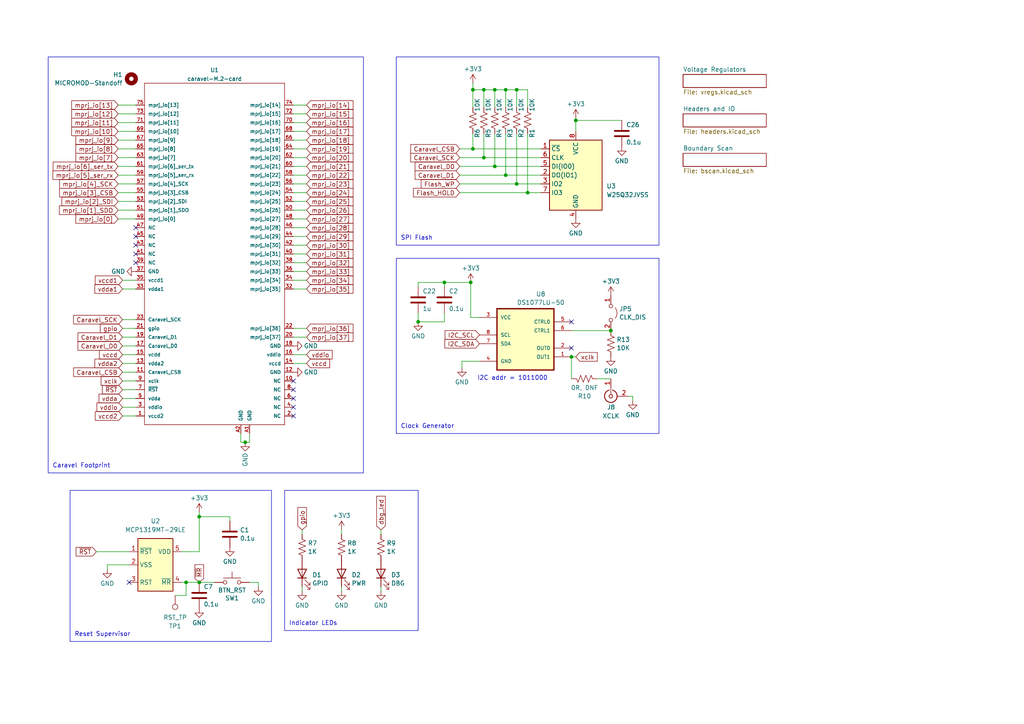
<source format=kicad_sch>
(kicad_sch (version 20230121) (generator eeschema)
  (paper "A4")
  (lib_symbols
    (symbol "Caravel_board:MCP1319MT-29LE-OT"
      (property "Reference" "U" (at -5.08 8.89 0))
      (property "Value" "MCP1319MT-29LE-OT" (at 8.89 8.89 0))
      (symbol "MCP1319MT-29LE-OT_0_1"
        (rectangle (start 5.08 7.62) (end -5.08 -7.62) (stroke (width 0.254)) (fill (type background)))
      )
      (symbol "MCP1319MT-29LE-OT_1_1"
        (pin output line (at -7.62 3.81 0) (length 2.54) (name "~{RST}") (number "1"))
        (pin power_in line (at -7.62 0 0) (length 2.54) (name "VSS") (number "2"))
        (pin output line (at -7.62 -5.08 0) (length 2.54) (name "RST") (number "3"))
        (pin input line (at 7.62 -5.08 180) (length 2.54) (name "~{MR}") (number "4"))
        (pin power_in line (at 7.62 3.81 180) (length 2.54) (name "VDD") (number "5"))
      )
    )
    (symbol "Caravel_board:caravel-M.2-card" (pin_names (offset 1.016))
      (property "Reference" "U" (at -20.32 53.848 0))
      (property "Value" "caravel-M.2-card" (at -20.32 -48.26 0))
      (symbol "caravel-M.2-card_1_0"
        (polyline (pts (xy -20.32 -45.72) (xy -20.32 53.34)))
        (polyline (pts (xy -20.32 53.34) (xy 20.32 53.34)))
        (polyline (pts (xy 20.32 -45.72) (xy -20.32 -45.72)))
        (polyline (pts (xy 20.32 53.34) (xy 20.32 -45.72)))
      )
      (symbol "caravel-M.2-card_1_1"
        (pin bidirectional line (at -22.86 -43.18 0) (length 2.54) (name "vccd2") (number "1"))
        (pin bidirectional line (at 22.86 -33.02 180) (length 2.54) (name "NC") (number "10"))
        (pin bidirectional line (at -22.86 -30.48 0) (length 2.54) (name "Caravel_CSB") (number "11"))
        (pin bidirectional line (at 22.86 -30.48 180) (length 2.54) (name "GND") (number "12"))
        (pin bidirectional line (at -22.86 -27.94 0) (length 2.54) (name "vdda2") (number "13"))
        (pin bidirectional line (at 22.86 -27.94 180) (length 2.54) (name "vccd") (number "14"))
        (pin bidirectional line (at -22.86 -25.4 0) (length 2.54) (name "vcdd") (number "15"))
        (pin bidirectional line (at 22.86 -25.4 180) (length 2.54) (name "vddio") (number "16"))
        (pin bidirectional line (at -22.86 -22.86 0) (length 2.54) (name "Caravel_D0") (number "17"))
        (pin bidirectional line (at 22.86 -22.86 180) (length 2.54) (name "GND") (number "18"))
        (pin bidirectional line (at -22.86 -20.32 0) (length 2.54) (name "Caravel_D1") (number "19"))
        (pin bidirectional line (at 22.86 -43.18 180) (length 2.54) (name "NC") (number "2"))
        (pin bidirectional line (at 22.86 -20.32 180) (length 2.54) (name "mprj_io[37]") (number "20"))
        (pin bidirectional line (at -22.86 -17.78 0) (length 2.54) (name "gpio") (number "21"))
        (pin bidirectional line (at 22.86 -17.78 180) (length 2.54) (name "mprj_io[36]") (number "22"))
        (pin bidirectional line (at -22.86 -15.24 0) (length 2.54) (name "Caravel_SCK") (number "23"))
        (pin bidirectional line (at -22.86 -40.64 0) (length 2.54) (name "vddio") (number "3"))
        (pin bidirectional line (at 22.86 -6.35 180) (length 2.54) (name "mprj_io[35]") (number "32"))
        (pin bidirectional line (at -22.86 -6.35 0) (length 2.54) (name "vdda1") (number "33"))
        (pin bidirectional line (at 22.86 -3.81 180) (length 2.54) (name "mprj_io[34]") (number "34"))
        (pin bidirectional line (at -22.86 -3.81 0) (length 2.54) (name "vccd1") (number "35"))
        (pin bidirectional line (at 22.86 -1.27 180) (length 2.54) (name "mprj_io[33]") (number "36"))
        (pin bidirectional line (at -22.86 -1.27 0) (length 2.54) (name "GND") (number "37"))
        (pin bidirectional line (at 22.86 1.27 180) (length 2.54) (name "mprj_io[32]") (number "38"))
        (pin bidirectional line (at -22.86 1.27 0) (length 2.54) (name "NC") (number "39"))
        (pin bidirectional line (at 22.86 -40.64 180) (length 2.54) (name "NC") (number "4"))
        (pin bidirectional line (at 22.86 3.81 180) (length 2.54) (name "mprj_io[31]") (number "40"))
        (pin bidirectional line (at -22.86 3.81 0) (length 2.54) (name "NC") (number "41"))
        (pin bidirectional line (at 22.86 6.35 180) (length 2.54) (name "mprj_io[30]") (number "42"))
        (pin bidirectional line (at -22.86 6.35 0) (length 2.54) (name "NC") (number "43"))
        (pin bidirectional line (at 22.86 8.89 180) (length 2.54) (name "mprj_io[29]") (number "44"))
        (pin bidirectional line (at -22.86 8.89 0) (length 2.54) (name "NC") (number "45"))
        (pin bidirectional line (at 22.86 11.43 180) (length 2.54) (name "mprj_io[28]") (number "46"))
        (pin bidirectional line (at -22.86 11.43 0) (length 2.54) (name "NC") (number "47"))
        (pin bidirectional line (at 22.86 13.97 180) (length 2.54) (name "mprj_io[27]") (number "48"))
        (pin bidirectional line (at -22.86 13.97 0) (length 2.54) (name "mprj_io[0]") (number "49"))
        (pin bidirectional line (at -22.86 -38.1 0) (length 2.54) (name "vdda") (number "5"))
        (pin bidirectional line (at 22.86 16.51 180) (length 2.54) (name "mprj_io[26]") (number "50"))
        (pin bidirectional line (at -22.86 16.51 0) (length 2.54) (name "mprj_io[1]_SDO") (number "51"))
        (pin bidirectional line (at 22.86 19.05 180) (length 2.54) (name "mprj_io[25]") (number "52"))
        (pin bidirectional line (at -22.86 19.05 0) (length 2.54) (name "mprj_io[2]_SDI") (number "53"))
        (pin bidirectional line (at 22.86 21.59 180) (length 2.54) (name "mprj_io[24]") (number "54"))
        (pin bidirectional line (at -22.86 21.59 0) (length 2.54) (name "mprj_io[3]_CSB") (number "55"))
        (pin bidirectional line (at 22.86 24.13 180) (length 2.54) (name "mprj_io[23]") (number "56"))
        (pin bidirectional line (at -22.86 24.13 0) (length 2.54) (name "mprj_io[4]_SCK") (number "57"))
        (pin bidirectional line (at 22.86 26.67 180) (length 2.54) (name "mprj_io[22]") (number "58"))
        (pin bidirectional line (at -22.86 26.67 0) (length 2.54) (name "mprj_io[5]_ser_rx") (number "59"))
        (pin bidirectional line (at 22.86 -38.1 180) (length 2.54) (name "NC") (number "6"))
        (pin bidirectional line (at 22.86 29.21 180) (length 2.54) (name "mprj_io[21]") (number "60"))
        (pin bidirectional line (at -22.86 29.21 0) (length 2.54) (name "mprj_io[6]_ser_tx") (number "61"))
        (pin bidirectional line (at 22.86 31.75 180) (length 2.54) (name "mprj_io[20]") (number "62"))
        (pin bidirectional line (at -22.86 31.75 0) (length 2.54) (name "mprj_io[7]") (number "63"))
        (pin bidirectional line (at 22.86 34.29 180) (length 2.54) (name "mprj_io[19]") (number "64"))
        (pin bidirectional line (at -22.86 34.29 0) (length 2.54) (name "mprj_io[8]") (number "65"))
        (pin bidirectional line (at 22.86 36.83 180) (length 2.54) (name "mprj_io[18]") (number "66"))
        (pin bidirectional line (at -22.86 36.83 0) (length 2.54) (name "mprj_io[9]") (number "67"))
        (pin bidirectional line (at 22.86 39.37 180) (length 2.54) (name "mprj_io[17]") (number "68"))
        (pin bidirectional line (at -22.86 39.37 0) (length 2.54) (name "mprj_io[10]") (number "69"))
        (pin bidirectional line (at -22.86 -35.56 0) (length 2.54) (name "~{RST}") (number "7"))
        (pin bidirectional line (at 22.86 41.91 180) (length 2.54) (name "mprj_io[16]") (number "70"))
        (pin bidirectional line (at -22.86 41.91 0) (length 2.54) (name "mprj_io[11]") (number "71"))
        (pin bidirectional line (at 22.86 44.45 180) (length 2.54) (name "mprj_io[15]") (number "72"))
        (pin bidirectional line (at -22.86 44.45 0) (length 2.54) (name "mprj_io[12]") (number "73"))
        (pin bidirectional line (at 22.86 46.99 180) (length 2.54) (name "mprj_io[14]") (number "74"))
        (pin bidirectional line (at -22.86 46.99 0) (length 2.54) (name "mprj_io[13]") (number "75"))
        (pin bidirectional line (at 22.86 -35.56 180) (length 2.54) (name "NC") (number "8"))
        (pin bidirectional line (at -22.86 -33.02 0) (length 2.54) (name "xclk") (number "9"))
        (pin bidirectional line (at 10.16 -48.26 90) (length 2.54) (name "GND") (number "A1"))
        (pin bidirectional line (at 7.62 -48.26 90) (length 2.54) (name "GND") (number "A2"))
      )
    )
    (symbol "Connector:Conn_Coaxial" (pin_names (offset 1.016) hide)
      (property "Reference" "J" (at 0.254 3.048 0))
      (property "Value" "Conn_Coaxial" (at 2.921 0 90))
      (symbol "Conn_Coaxial_0_1"
        (arc (start -1.778 -0.508) (mid 0.2311 -1.8066) (end 1.778 0) (stroke (width 0.254)))
        (polyline (pts (xy -2.54 0) (xy -0.508 0)))
        (polyline (pts (xy 0 -2.54) (xy 0 -1.778)))
        (circle (center 0 0) (radius 0.508) (stroke (width 0.2032)))
        (arc (start 1.778 0) (mid 0.2099 1.8101) (end -1.778 0.508) (stroke (width 0.254)))
      )
      (symbol "Conn_Coaxial_1_1"
        (pin passive line (at -5.08 0 0) (length 2.54) (name "In") (number "1"))
        (pin passive line (at 0 -5.08 90) (length 2.54) (name "Ext") (number "2"))
      )
    )
    (symbol "Connector:TestPoint" (pin_numbers hide) (pin_names (offset 0.762) hide)
      (property "Reference" "TP" (at 0 6.858 0))
      (property "Value" "TestPoint" (at 0 5.08 0))
      (symbol "TestPoint_0_1"
        (circle (center 0 3.302) (radius 0.762))
      )
      (symbol "TestPoint_1_1"
        (pin passive line (at 0 0 90) (length 2.54) (name "1") (number "1"))
      )
    )
    (symbol "DS1077LU-50:DS1077LU-50" (pin_names (offset 1.016))
      (property "Reference" "U" (at -12.7 18.78 0))
      (property "Value" "DS1077LU-50" (at -5.08 19.05 0))
      (symbol "DS1077LU-50_0_0"
        (rectangle (start -12.7 17.78) (end 3.81 0) (stroke (width 0.41)) (fill (type background)))
        (pin output line (at 8.89 3.81 180) (length 5.08) (name "OUT1") (number "1"))
        (pin output line (at 8.89 6.35 180) (length 5.08) (name "OUT0") (number "2"))
        (pin power_in line (at -17.78 15.24 0) (length 5.08) (name "VCC") (number "3"))
        (pin power_in line (at -17.78 2.54 0) (length 5.08) (name "GND") (number "4"))
        (pin bidirectional line (at 8.89 13.97 180) (length 5.08) (name "CTRL0") (number "5"))
        (pin bidirectional line (at 8.89 11.43 180) (length 5.08) (name "CTRL1") (number "6"))
        (pin bidirectional line (at -17.78 7.62 0) (length 5.08) (name "SDA") (number "7"))
        (pin input line (at -17.78 10.16 0) (length 5.08) (name "SCL") (number "8"))
      )
    )
    (symbol "Device:C" (pin_numbers hide) (pin_names (offset 0.254))
      (property "Reference" "C" (at 0.635 2.54 0))
      (property "Value" "C" (at 0.635 -2.54 0))
      (symbol "C_0_1"
        (polyline (pts (xy -2.032 -0.762) (xy 2.032 -0.762)) (stroke (width 0.508)))
        (polyline (pts (xy -2.032 0.762) (xy 2.032 0.762)) (stroke (width 0.508)))
      )
      (symbol "C_1_1"
        (pin passive line (at 0 3.81 270) (length 2.794) (name "~") (number "1"))
        (pin passive line (at 0 -3.81 90) (length 2.794) (name "~") (number "2"))
      )
    )
    (symbol "Device:LED" (pin_numbers hide) (pin_names (offset 1.016) hide)
      (property "Reference" "D" (at 0 2.54 0))
      (property "Value" "LED" (at 0 -2.54 0))
      (symbol "LED_0_1"
        (polyline (pts (xy -1.27 -1.27) (xy -1.27 1.27)) (stroke (width 0.254)))
        (polyline (pts (xy -1.27 0) (xy 1.27 0)))
        (polyline (pts (xy 1.27 -1.27) (xy 1.27 1.27) (xy -1.27 0) (xy 1.27 -1.27)) (stroke (width 0.254)))
        (polyline (pts (xy -3.048 -0.762) (xy -4.572 -2.286) (xy -3.81 -2.286) (xy -4.572 -2.286) (xy -4.572 -1.524)))
        (polyline (pts (xy -1.778 -0.762) (xy -3.302 -2.286) (xy -2.54 -2.286) (xy -3.302 -2.286) (xy -3.302 -1.524)))
      )
      (symbol "LED_1_1"
        (pin passive line (at -3.81 0 0) (length 2.54) (name "K") (number "1"))
        (pin passive line (at 3.81 0 180) (length 2.54) (name "A") (number "2"))
      )
    )
    (symbol "Device:R_US" (pin_numbers hide) (pin_names (offset 0))
      (property "Reference" "R" (at 2.54 0 90))
      (property "Value" "R_US" (at -2.54 0 90))
      (symbol "R_US_0_1"
        (polyline (pts (xy 0 -2.286) (xy 0 -2.54)))
        (polyline (pts (xy 0 2.286) (xy 0 2.54)))
        (polyline (pts (xy 0 -0.762) (xy 1.016 -1.143) (xy 0 -1.524) (xy -1.016 -1.905) (xy 0 -2.286)))
        (polyline (pts (xy 0 0.762) (xy 1.016 0.381) (xy 0 0) (xy -1.016 -0.381) (xy 0 -0.762)))
        (polyline (pts (xy 0 2.286) (xy 1.016 1.905) (xy 0 1.524) (xy -1.016 1.143) (xy 0 0.762)))
      )
      (symbol "R_US_1_1"
        (pin passive line (at 0 3.81 270) (length 1.27) (name "~") (number "1"))
        (pin passive line (at 0 -3.81 90) (length 1.27) (name "~") (number "2"))
      )
    )
    (symbol "Jumper:Jumper_2_Open" (pin_names (offset 0) hide)
      (property "Reference" "JP" (at 0 2.794 0))
      (property "Value" "Jumper_2_Open" (at 0 -2.286 0))
      (symbol "Jumper_2_Open_0_0"
        (circle (center -2.032 0) (radius 0.508))
        (circle (center 2.032 0) (radius 0.508))
      )
      (symbol "Jumper_2_Open_0_1"
        (arc (start 1.524 1.27) (mid 0 1.778) (end -1.524 1.27))
      )
      (symbol "Jumper_2_Open_1_1"
        (pin passive line (at -5.08 0 0) (length 2.54) (name "A") (number "1"))
        (pin passive line (at 5.08 0 180) (length 2.54) (name "B") (number "2"))
      )
    )
    (symbol "Memory_Flash:W25Q32JVSS"
      (property "Reference" "U" (at -6.35 11.43 0))
      (property "Value" "W25Q32JVSS" (at 7.62 11.43 0))
      (symbol "W25Q32JVSS_0_1"
        (rectangle (start -7.62 10.16) (end 7.62 -10.16) (stroke (width 0.254)) (fill (type background)))
      )
      (symbol "W25Q32JVSS_1_1"
        (pin input line (at -10.16 7.62 0) (length 2.54) (name "~{CS}") (number "1"))
        (pin bidirectional line (at -10.16 0 0) (length 2.54) (name "DO(IO1)") (number "2"))
        (pin bidirectional line (at -10.16 -2.54 0) (length 2.54) (name "IO2") (number "3"))
        (pin power_in line (at 0 -12.7 90) (length 2.54) (name "GND") (number "4"))
        (pin bidirectional line (at -10.16 2.54 0) (length 2.54) (name "DI(IO0)") (number "5"))
        (pin input line (at -10.16 5.08 0) (length 2.54) (name "CLK") (number "6"))
        (pin bidirectional line (at -10.16 -5.08 0) (length 2.54) (name "IO3") (number "7"))
        (pin power_in line (at 0 12.7 270) (length 2.54) (name "VCC") (number "8"))
      )
    )
    (symbol "MicroMod-Sparkfun:MICROMOD-Standoff" (pin_names (offset 1.016))
      (property "Reference" "H" (at 0 5.08 0))
      (property "Value" "MICROMOD-Standoff" (at 0 3.175 0))
      (symbol "MICROMOD-Standoff_0_1"
        (circle (center 0 0) (radius 1.27) (stroke (width 1.27)))
      )
    )
    (symbol "Switch:SW_Push" (pin_numbers hide) (pin_names (offset 1.016) hide)
      (property "Reference" "SW" (at 1.27 2.54 0))
      (property "Value" "SW_Push" (at 0 -1.524 0))
      (symbol "SW_Push_0_1"
        (circle (center -2.032 0) (radius 0.508))
        (polyline (pts (xy 0 1.27) (xy 0 3.048)))
        (polyline (pts (xy 2.54 1.27) (xy -2.54 1.27)))
        (circle (center 2.032 0) (radius 0.508))
        (pin passive line (at -5.08 0 0) (length 2.54) (name "1") (number "1"))
        (pin passive line (at 5.08 0 180) (length 2.54) (name "2") (number "2"))
      )
    )
    (symbol "power:+3V3" (power) (pin_names (offset 0))
      (property "Value" "+3V3" (at 0 3.556 0))
      (symbol "+3V3_0_1"
        (polyline (pts (xy -0.762 1.27) (xy 0 2.54)))
        (polyline (pts (xy 0 0) (xy 0 2.54)))
        (polyline (pts (xy 0 2.54) (xy 0.762 1.27)))
      )
      (symbol "+3V3_1_1"
        (pin power_in line (at 0 0 90) (length 0) hide (name "+3V3") (number "1"))
      )
    )
    (symbol "power:GND" (power) (pin_names (offset 0))
      (property "Value" "GND" (at 0 -3.81 0))
      (symbol "GND_0_1"
        (polyline (pts (xy 0 0) (xy 0 -1.27) (xy 1.27 -1.27) (xy 0 -2.54) (xy -1.27 -1.27) (xy 0 -1.27)))
      )
      (symbol "GND_1_1"
        (pin power_in line (at 0 0 270) (length 0) hide (name "GND") (number "1"))
      )
    )
  )
  (junction (at 143.51 48.26))
  (junction (at 153.035 55.88))
  (junction (at 146.685 50.8))
  (junction (at 137.16 43.18))
  (junction (at 146.685 26.035))
  (junction (at 140.335 45.72))
  (junction (at 57.785 149.86))
  (junction (at 165.735 103.505))
  (junction (at 143.51 26.035))
  (junction (at 149.86 53.34))
  (junction (at 71.12 128.27))
  (junction (at 128.905 81.915))
  (junction (at 136.525 81.915))
  (junction (at 53.975 168.91))
  (junction (at 121.285 93.345))
  (junction (at 140.335 26.035))
  (junction (at 149.86 26.035))
  (junction (at 167.005 34.925))
  (junction (at 137.16 26.035))
  (junction (at 177.165 95.885))
  (junction (at 57.785 168.91))
  (no_connect (at 85.09 120.65))
  (no_connect (at 85.09 115.57))
  (no_connect (at 165.735 93.345))
  (no_connect (at 165.735 100.965))
  (no_connect (at 85.09 110.49))
  (no_connect (at 37.465 168.91))
  (no_connect (at 39.37 68.58))
  (no_connect (at 39.37 73.66))
  (no_connect (at 85.09 113.03))
  (no_connect (at 39.37 76.2))
  (no_connect (at 85.09 118.11))
  (no_connect (at 39.37 66.04))
  (no_connect (at 39.37 71.12))
  (wire (pts (xy 88.9 105.41) (xy 85.09 105.41)))
  (wire (pts (xy 153.035 31.115) (xy 153.035 26.035)))
  (wire (pts (xy 39.37 102.87) (xy 35.56 102.87)))
  (wire (pts (xy 88.9 48.26) (xy 85.09 48.26)))
  (wire (pts (xy 137.16 43.18) (xy 137.16 38.735)))
  (wire (pts (xy 165.735 103.505) (xy 165.735 109.855)))
  (wire (pts (xy 39.37 118.11) (xy 35.56 118.11)))
  (wire (pts (xy 39.37 45.72) (xy 34.29 45.72)))
  (wire (pts (xy 39.37 55.88) (xy 34.29 55.88)))
  (wire (pts (xy 183.515 114.935) (xy 183.515 116.205)))
  (wire (pts (xy 133.985 104.775) (xy 133.985 106.68)))
  (wire (pts (xy 39.37 95.25) (xy 35.56 95.25)))
  (wire (pts (xy 156.845 50.8) (xy 146.685 50.8)))
  (wire (pts (xy 52.705 160.02) (xy 57.785 160.02)))
  (wire (pts (xy 37.465 163.83) (xy 31.115 163.83)))
  (wire (pts (xy 121.285 90.805) (xy 121.285 93.345)))
  (wire (pts (xy 143.51 31.115) (xy 143.51 26.035)))
  (wire (pts (xy 88.9 76.2) (xy 85.09 76.2)))
  (wire (pts (xy 88.9 63.5) (xy 85.09 63.5)))
  (wire (pts (xy 88.9 45.72) (xy 85.09 45.72)))
  (wire (pts (xy 156.845 48.26) (xy 143.51 48.26)))
  (wire (pts (xy 39.37 81.28) (xy 35.56 81.28)))
  (wire (pts (xy 99.06 153.67) (xy 99.06 154.94)))
  (wire (pts (xy 156.845 45.72) (xy 140.335 45.72)))
  (wire (pts (xy 121.285 83.185) (xy 121.285 81.915)))
  (wire (pts (xy 52.705 168.91) (xy 53.975 168.91)))
  (wire (pts (xy 39.37 115.57) (xy 35.56 115.57)))
  (wire (pts (xy 39.37 83.82) (xy 35.56 83.82)))
  (wire (pts (xy 167.005 34.29) (xy 167.005 34.925)))
  (wire (pts (xy 146.685 50.8) (xy 146.685 38.735)))
  (wire (pts (xy 88.9 78.74) (xy 85.09 78.74)))
  (wire (pts (xy 39.37 113.03) (xy 35.56 113.03)))
  (wire (pts (xy 133.35 50.8) (xy 146.685 50.8)))
  (wire (pts (xy 71.12 128.27) (xy 69.85 128.27)))
  (wire (pts (xy 136.525 81.915) (xy 136.525 92.075)))
  (wire (pts (xy 182.245 114.935) (xy 183.515 114.935)))
  (wire (pts (xy 53.975 168.91) (xy 57.785 168.91)))
  (wire (pts (xy 88.9 102.87) (xy 85.09 102.87)))
  (wire (pts (xy 57.785 149.86) (xy 57.785 148.59)))
  (wire (pts (xy 99.06 170.18) (xy 99.06 171.45)))
  (wire (pts (xy 39.37 53.34) (xy 34.29 53.34)))
  (wire (pts (xy 146.685 26.035) (xy 146.685 31.115)))
  (wire (pts (xy 88.9 35.56) (xy 85.09 35.56)))
  (wire (pts (xy 156.845 43.18) (xy 137.16 43.18)))
  (wire (pts (xy 128.905 93.345) (xy 128.905 90.805)))
  (wire (pts (xy 66.675 149.86) (xy 57.785 149.86)))
  (wire (pts (xy 88.9 43.18) (xy 85.09 43.18)))
  (wire (pts (xy 39.37 92.71) (xy 35.56 92.71)))
  (wire (pts (xy 57.785 168.91) (xy 62.23 168.91)))
  (wire (pts (xy 140.335 45.72) (xy 140.335 38.735)))
  (wire (pts (xy 137.16 24.13) (xy 137.16 26.035)))
  (wire (pts (xy 74.93 168.91) (xy 72.39 168.91)))
  (wire (pts (xy 87.63 170.18) (xy 87.63 171.45)))
  (wire (pts (xy 140.335 26.035) (xy 140.335 31.115)))
  (wire (pts (xy 88.9 68.58) (xy 85.09 68.58)))
  (wire (pts (xy 27.94 160.02) (xy 37.465 160.02)))
  (wire (pts (xy 66.675 151.13) (xy 66.675 149.86)))
  (wire (pts (xy 39.37 40.64) (xy 34.29 40.64)))
  (wire (pts (xy 137.16 26.035) (xy 140.335 26.035)))
  (wire (pts (xy 69.85 128.27) (xy 69.85 125.73)))
  (wire (pts (xy 136.525 81.915) (xy 128.905 81.915)))
  (wire (pts (xy 88.9 97.79) (xy 85.09 97.79)))
  (wire (pts (xy 39.37 38.1) (xy 34.29 38.1)))
  (wire (pts (xy 136.525 92.075) (xy 139.065 92.075)))
  (wire (pts (xy 121.285 93.345) (xy 128.905 93.345)))
  (wire (pts (xy 88.9 55.88) (xy 85.09 55.88)))
  (wire (pts (xy 88.9 58.42) (xy 85.09 58.42)))
  (wire (pts (xy 39.37 48.26) (xy 34.29 48.26)))
  (wire (pts (xy 133.35 53.34) (xy 149.86 53.34)))
  (wire (pts (xy 133.35 48.26) (xy 143.51 48.26)))
  (wire (pts (xy 39.37 33.02) (xy 34.29 33.02)))
  (wire (pts (xy 39.37 63.5) (xy 34.29 63.5)))
  (wire (pts (xy 133.35 45.72) (xy 140.335 45.72)))
  (wire (pts (xy 53.975 172.72) (xy 53.975 168.91)))
  (wire (pts (xy 88.9 40.64) (xy 85.09 40.64)))
  (wire (pts (xy 143.51 48.26) (xy 143.51 38.735)))
  (wire (pts (xy 165.735 95.885) (xy 177.165 95.885)))
  (wire (pts (xy 149.86 53.34) (xy 149.86 38.735)))
  (wire (pts (xy 88.9 30.48) (xy 85.09 30.48)))
  (wire (pts (xy 156.845 55.88) (xy 153.035 55.88)))
  (wire (pts (xy 143.51 26.035) (xy 146.685 26.035)))
  (wire (pts (xy 39.37 105.41) (xy 35.56 105.41)))
  (wire (pts (xy 88.9 50.8) (xy 85.09 50.8)))
  (wire (pts (xy 110.49 153.67) (xy 110.49 154.94)))
  (wire (pts (xy 39.37 100.33) (xy 35.56 100.33)))
  (wire (pts (xy 74.93 170.18) (xy 74.93 168.91)))
  (wire (pts (xy 39.37 30.48) (xy 34.29 30.48)))
  (wire (pts (xy 72.39 125.73) (xy 72.39 128.27)))
  (wire (pts (xy 88.9 83.82) (xy 85.09 83.82)))
  (wire (pts (xy 88.9 81.28) (xy 85.09 81.28)))
  (wire (pts (xy 88.9 73.66) (xy 85.09 73.66)))
  (wire (pts (xy 128.905 81.915) (xy 128.905 83.185)))
  (wire (pts (xy 39.37 107.95) (xy 35.56 107.95)))
  (wire (pts (xy 173.355 109.855) (xy 177.165 109.855)))
  (wire (pts (xy 88.9 71.12) (xy 85.09 71.12)))
  (wire (pts (xy 39.37 97.79) (xy 35.56 97.79)))
  (wire (pts (xy 87.63 153.67) (xy 87.63 154.94)))
  (wire (pts (xy 88.9 60.96) (xy 85.09 60.96)))
  (wire (pts (xy 39.37 120.65) (xy 35.56 120.65)))
  (wire (pts (xy 88.9 38.1) (xy 85.09 38.1)))
  (wire (pts (xy 133.35 55.88) (xy 153.035 55.88)))
  (wire (pts (xy 39.37 110.49) (xy 35.56 110.49)))
  (wire (pts (xy 165.735 103.505) (xy 167.005 103.505)))
  (wire (pts (xy 149.86 26.035) (xy 149.86 31.115)))
  (wire (pts (xy 121.285 81.915) (xy 128.905 81.915)))
  (wire (pts (xy 39.37 35.56) (xy 34.29 35.56)))
  (wire (pts (xy 72.39 128.27) (xy 71.12 128.27)))
  (wire (pts (xy 133.35 43.18) (xy 137.16 43.18)))
  (wire (pts (xy 140.335 26.035) (xy 143.51 26.035)))
  (wire (pts (xy 39.37 43.18) (xy 34.29 43.18)))
  (wire (pts (xy 39.37 60.96) (xy 34.29 60.96)))
  (wire (pts (xy 39.37 50.8) (xy 34.29 50.8)))
  (wire (pts (xy 88.9 33.02) (xy 85.09 33.02)))
  (wire (pts (xy 167.005 34.925) (xy 167.005 38.1)))
  (wire (pts (xy 149.86 26.035) (xy 146.685 26.035)))
  (wire (pts (xy 167.005 34.925) (xy 180.34 34.925)))
  (wire (pts (xy 88.9 95.25) (xy 85.09 95.25)))
  (wire (pts (xy 156.845 53.34) (xy 149.86 53.34)))
  (wire (pts (xy 57.785 160.02) (xy 57.785 149.86)))
  (wire (pts (xy 39.37 58.42) (xy 34.29 58.42)))
  (wire (pts (xy 153.035 26.035) (xy 149.86 26.035)))
  (wire (pts (xy 50.8 172.72) (xy 53.975 172.72)))
  (wire (pts (xy 110.49 170.18) (xy 110.49 171.45)))
  (wire (pts (xy 137.16 31.115) (xy 137.16 26.035)))
  (wire (pts (xy 139.065 104.775) (xy 133.985 104.775)))
  (wire (pts (xy 31.115 163.83) (xy 31.115 165.1)))
  (wire (pts (xy 88.9 66.04) (xy 85.09 66.04)))
  (wire (pts (xy 153.035 55.88) (xy 153.035 38.735)))
  (wire (pts (xy 88.9 53.34) (xy 85.09 53.34)))
  (rectangle (start 114.935 16.51) (end 191.135 71.12))
  (rectangle (start 20.32 142.24) (end 78.74 186.055))
  (rectangle (start 114.935 74.93) (end 191.135 125.73))
  (rectangle (start 13.97 16.51) (end 105.41 137.16))
  (rectangle (start 82.55 142.24) (end 121.285 182.88))
  (text "I2C addr = 1011000" (at 138.43 110.49 0) (effects (font (size 1.27 1.27)) (justify left bottom)))
  (text "Caravel Footprint" (at 15.24 135.89 0) (effects (font (size 1.27 1.27)) (justify left bottom)))
  (text "Reset Supervisor" (at 21.59 184.785 0) (effects (font (size 1.27 1.27)) (justify left bottom)))
  (text "SPI Flash" (at 116.205 69.85 0) (effects (font (size 1.27 1.27)) (justify left bottom)))
  (text "Clock Generator" (at 116.205 124.46 0) (effects (font (size 1.27 1.27)) (justify left bottom)))
  (text "Indicator LEDs" (at 83.82 181.61 0) (effects (font (size 1.27 1.27)) (justify left bottom)))
  (global_label "mprj_io[30]" (shape input) (at 88.9 71.12 0) (property "Intersheetrefs" "${INTERSHEET_REFS}" (effects hide)))
  (global_label "mprj_io[31]" (shape input) (at 88.9 73.66 0) (property "Intersheetrefs" "${INTERSHEET_REFS}" (effects hide)))
  (global_label "mprj_io[20]" (shape input) (at 88.9 45.72 0) (property "Intersheetrefs" "${INTERSHEET_REFS}" (effects hide)))
  (global_label "mprj_io[35]" (shape input) (at 88.9 83.82 0) (property "Intersheetrefs" "${INTERSHEET_REFS}" (effects hide)))
  (global_label "mprj_io[4]_SCK" (shape input) (at 34.29 53.34 180) (property "Intersheetrefs" "${INTERSHEET_REFS}" (effects hide)))
  (global_label "mprj_io[9]" (shape input) (at 34.29 40.64 180) (property "Intersheetrefs" "${INTERSHEET_REFS}" (effects hide)))
  (global_label "I2C_SCL" (shape input) (at 139.065 97.155 180) (property "Intersheetrefs" "${INTERSHEET_REFS}" (effects hide)))
  (global_label "mprj_io[13]" (shape input) (at 34.29 30.48 180) (property "Intersheetrefs" "${INTERSHEET_REFS}" (effects hide)))
  (global_label "mprj_io[5]_ser_rx" (shape input) (at 34.29 50.8 180) (property "Intersheetrefs" "${INTERSHEET_REFS}" (effects hide)))
  (global_label "mprj_io[6]_ser_tx" (shape input) (at 34.29 48.26 180) (property "Intersheetrefs" "${INTERSHEET_REFS}" (effects hide)))
  (global_label "mprj_io[36]" (shape input) (at 88.9 95.25 0) (property "Intersheetrefs" "${INTERSHEET_REFS}" (effects hide)))
  (global_label "Caravel_CSB" (shape input) (at 35.56 107.95 180) (property "Intersheetrefs" "${INTERSHEET_REFS}" (effects hide)))
  (global_label "Caravel_D1" (shape input) (at 35.56 97.79 180) (property "Intersheetrefs" "${INTERSHEET_REFS}" (effects hide)))
  (global_label "dbg_led" (shape input) (at 110.49 153.67 90) (property "Intersheetrefs" "${INTERSHEET_REFS}" (effects hide)))
  (global_label "vdda2" (shape input) (at 35.56 105.41 180) (property "Intersheetrefs" "${INTERSHEET_REFS}" (effects hide)))
  (global_label "mprj_io[18]" (shape input) (at 88.9 40.64 0) (property "Intersheetrefs" "${INTERSHEET_REFS}" (effects hide)))
  (global_label "mprj_io[14]" (shape input) (at 88.9 30.48 0) (property "Intersheetrefs" "${INTERSHEET_REFS}" (effects hide)))
  (global_label "vddio" (shape input) (at 35.56 118.11 180) (property "Intersheetrefs" "${INTERSHEET_REFS}" (effects hide)))
  (global_label "vddio" (shape input) (at 88.9 102.87 0) (property "Intersheetrefs" "${INTERSHEET_REFS}" (effects hide)))
  (global_label "mprj_io[29]" (shape input) (at 88.9 68.58 0) (property "Intersheetrefs" "${INTERSHEET_REFS}" (effects hide)))
  (global_label "Caravel_SCK" (shape input) (at 133.35 45.72 180) (property "Intersheetrefs" "${INTERSHEET_REFS}" (effects hide)))
  (global_label "vccd" (shape input) (at 35.56 102.87 180) (property "Intersheetrefs" "${INTERSHEET_REFS}" (effects hide)))
  (global_label "gpio" (shape input) (at 35.56 95.25 180) (property "Intersheetrefs" "${INTERSHEET_REFS}" (effects hide)))
  (global_label "vccd1" (shape input) (at 35.56 81.28 180) (property "Intersheetrefs" "${INTERSHEET_REFS}" (effects hide)))
  (global_label "mprj_io[37]" (shape input) (at 88.9 97.79 0) (property "Intersheetrefs" "${INTERSHEET_REFS}" (effects hide)))
  (global_label "mprj_io[34]" (shape input) (at 88.9 81.28 0) (property "Intersheetrefs" "${INTERSHEET_REFS}" (effects hide)))
  (global_label "vccd" (shape input) (at 88.9 105.41 0) (property "Intersheetrefs" "${INTERSHEET_REFS}" (effects hide)))
  (global_label "~{RST}" (shape input) (at 35.56 113.03 180) (property "Intersheetrefs" "${INTERSHEET_REFS}" (effects hide)))
  (global_label "Caravel_D0" (shape input) (at 35.56 100.33 180) (property "Intersheetrefs" "${INTERSHEET_REFS}" (effects hide)))
  (global_label "mprj_io[11]" (shape input) (at 34.29 35.56 180) (property "Intersheetrefs" "${INTERSHEET_REFS}" (effects hide)))
  (global_label "mprj_io[16]" (shape input) (at 88.9 35.56 0) (property "Intersheetrefs" "${INTERSHEET_REFS}" (effects hide)))
  (global_label "mprj_io[3]_CSB" (shape input) (at 34.29 55.88 180) (property "Intersheetrefs" "${INTERSHEET_REFS}" (effects hide)))
  (global_label "mprj_io[23]" (shape input) (at 88.9 53.34 0) (property "Intersheetrefs" "${INTERSHEET_REFS}" (effects hide)))
  (global_label "vdda" (shape input) (at 35.56 115.57 180) (property "Intersheetrefs" "${INTERSHEET_REFS}" (effects hide)))
  (global_label "mprj_io[33]" (shape input) (at 88.9 78.74 0) (property "Intersheetrefs" "${INTERSHEET_REFS}" (effects hide)))
  (global_label "mprj_io[22]" (shape input) (at 88.9 50.8 0) (property "Intersheetrefs" "${INTERSHEET_REFS}" (effects hide)))
  (global_label "mprj_io[25]" (shape input) (at 88.9 58.42 0) (property "Intersheetrefs" "${INTERSHEET_REFS}" (effects hide)))
  (global_label "mprj_io[32]" (shape input) (at 88.9 76.2 0) (property "Intersheetrefs" "${INTERSHEET_REFS}" (effects hide)))
  (global_label "mprj_io[0]" (shape input) (at 34.29 63.5 180) (property "Intersheetrefs" "${INTERSHEET_REFS}" (effects hide)))
  (global_label "mprj_io[15]" (shape input) (at 88.9 33.02 0) (property "Intersheetrefs" "${INTERSHEET_REFS}" (effects hide)))
  (global_label "mprj_io[19]" (shape input) (at 88.9 43.18 0) (property "Intersheetrefs" "${INTERSHEET_REFS}" (effects hide)))
  (global_label "mprj_io[28]" (shape input) (at 88.9 66.04 0) (property "Intersheetrefs" "${INTERSHEET_REFS}" (effects hide)))
  (global_label "mprj_io[7]" (shape input) (at 34.29 45.72 180) (property "Intersheetrefs" "${INTERSHEET_REFS}" (effects hide)))
  (global_label "mprj_io[1]_SDO" (shape input) (at 34.29 60.96 180) (property "Intersheetrefs" "${INTERSHEET_REFS}" (effects hide)))
  (global_label "mprj_io[2]_SDI" (shape input) (at 34.29 58.42 180) (property "Intersheetrefs" "${INTERSHEET_REFS}" (effects hide)))
  (global_label "mprj_io[21]" (shape input) (at 88.9 48.26 0) (property "Intersheetrefs" "${INTERSHEET_REFS}" (effects hide)))
  (global_label "~{MR}" (shape input) (at 57.785 168.91 90) (property "Intersheetrefs" "${INTERSHEET_REFS}" (effects hide)))
  (global_label "gpio" (shape input) (at 87.63 153.67 90) (property "Intersheetrefs" "${INTERSHEET_REFS}" (effects hide)))
  (global_label "Flash_WP" (shape input) (at 133.35 53.34 180) (property "Intersheetrefs" "${INTERSHEET_REFS}" (effects hide)))
  (global_label "Caravel_D0" (shape input) (at 133.35 48.26 180) (property "Intersheetrefs" "${INTERSHEET_REFS}" (effects hide)))
  (global_label "Caravel_SCK" (shape input) (at 35.56 92.71 180) (property "Intersheetrefs" "${INTERSHEET_REFS}" (effects hide)))
  (global_label "mprj_io[27]" (shape input) (at 88.9 63.5 0) (property "Intersheetrefs" "${INTERSHEET_REFS}" (effects hide)))
  (global_label "Caravel_D1" (shape input) (at 133.35 50.8 180) (property "Intersheetrefs" "${INTERSHEET_REFS}" (effects hide)))
  (global_label "Flash_HOLD" (shape input) (at 133.35 55.88 180) (property "Intersheetrefs" "${INTERSHEET_REFS}" (effects hide)))
  (global_label "mprj_io[8]" (shape input) (at 34.29 43.18 180) (property "Intersheetrefs" "${INTERSHEET_REFS}" (effects hide)))
  (global_label "xclk" (shape input) (at 167.005 103.505 0) (property "Intersheetrefs" "${INTERSHEET_REFS}" (effects hide)))
  (global_label "vdda1" (shape input) (at 35.56 83.82 180) (property "Intersheetrefs" "${INTERSHEET_REFS}" (effects hide)))
  (global_label "I2C_SDA" (shape input) (at 139.065 99.695 180) (property "Intersheetrefs" "${INTERSHEET_REFS}" (effects hide)))
  (global_label "mprj_io[10]" (shape input) (at 34.29 38.1 180) (property "Intersheetrefs" "${INTERSHEET_REFS}" (effects hide)))
  (global_label "mprj_io[24]" (shape input) (at 88.9 55.88 0) (property "Intersheetrefs" "${INTERSHEET_REFS}" (effects hide)))
  (global_label "xclk" (shape input) (at 35.56 110.49 180) (property "Intersheetrefs" "${INTERSHEET_REFS}" (effects hide)))
  (global_label "mprj_io[26]" (shape input) (at 88.9 60.96 0) (property "Intersheetrefs" "${INTERSHEET_REFS}" (effects hide)))
  (global_label "mprj_io[17]" (shape input) (at 88.9 38.1 0) (property "Intersheetrefs" "${INTERSHEET_REFS}" (effects hide)))
  (global_label "vccd2" (shape input) (at 35.56 120.65 180) (property "Intersheetrefs" "${INTERSHEET_REFS}" (effects hide)))
  (global_label "mprj_io[12]" (shape input) (at 34.29 33.02 180) (property "Intersheetrefs" "${INTERSHEET_REFS}" (effects hide)))
  (global_label "~{RST}" (shape input) (at 27.94 160.02 180) (property "Intersheetrefs" "${INTERSHEET_REFS}" (effects hide)))
  (global_label "Caravel_CSB" (shape input) (at 133.35 43.18 180) (property "Intersheetrefs" "${INTERSHEET_REFS}" (effects hide)))
  (symbol (lib_id "Connector:Conn_Coaxial") (at 177.165 114.935 90) (mirror x) (unit 1)
    (property "Reference" "J8" (at 178.435 118.11 90) (effects (justify left)))
    (property "Value" "XCLK" (at 179.705 120.65 90) (effects (justify left)))
    (property "Footprint" "Connector_Coaxial:SMB_Jack_Vertical" (effects hide))
    (property "Datasheet" " ~" (effects hide))
  )
  (symbol (lib_id "power:GND") (at 66.675 158.75 0) (unit 1)
    (property "Reference" "#PWR08" (effects hide))
    (property "Value" "GND" (at 66.675 162.8831 0))
  )
  (symbol (lib_id "DS1077LU-50:DS1077LU-50") (at 156.845 107.315 0) (unit 1)
    (property "Reference" "U8" (at 156.845 85.3127 0))
    (property "Value" "DS1077LU-50" (at 156.845 87.7369 0))
    (property "Footprint" "DS1077LU-50:SOP65P490X110-8N" (effects hide))
    (property "MF" "Maxim Integrated Products" (effects hide))
    (property "Description" "\nSilicon Oscillator 50MHz- 0.00487MHz to 66.666MHz 8-Pin uMAX Tube\n" (effects hide))
    (property "Package" "None" (effects hide))
    (property "Price" "None" (effects hide))
    (property "SnapEDA_Link" "https://www.snapeda.com/parts/DS1077LU-50+/Maxim+Integrated/view-part/?ref=snap" (effects hide))
    (property "MP" "DS1077LU-50+" (effects hide))
    (property "Availability" "In Stock" (effects hide))
    (property "Check_prices" "https://www.snapeda.com/parts/DS1077LU-50+/Maxim+Integrated/view-part/?ref=eda" (effects hide))
  )
  (symbol (lib_id "power:GND") (at 39.37 78.74 270) (unit 1)
    (property "Reference" "#PWR01" (effects hide))
    (property "Value" "GND" (at 34.29 78.74 90))
  )
  (symbol (lib_id "power:+3V3") (at 57.785 148.59 0) (unit 1)
    (property "Reference" "#PWR07" (effects hide))
    (property "Value" "+3V3" (at 57.785 144.4569 0))
  )
  (symbol (lib_id "Device:R_US") (at 99.06 158.75 0) (unit 1)
    (property "Reference" "R8" (at 100.711 157.5379 0) (effects (justify left)))
    (property "Value" "1K" (at 100.711 159.9621 0) (effects (justify left)))
    (property "Footprint" "Resistor_SMD:R_0805_2012Metric" (effects hide))
    (property "LCSC" "C17513" (effects hide))
  )
  (symbol (lib_id "Device:C") (at 66.675 154.94 0) (unit 1)
    (property "Reference" "C1" (at 69.596 153.7279 0) (effects (justify left)))
    (property "Value" "0.1u" (at 69.596 156.1521 0) (effects (justify left)))
    (property "Footprint" "Capacitor_SMD:C_0603_1608Metric" (effects hide))
    (property "LCSC" "C14663" (effects hide))
  )
  (symbol (lib_id "Device:R_US") (at 140.335 34.925 0) (unit 1)
    (property "Reference" "R5" (at 141.605 40.005 90) (effects (justify left)))
    (property "Value" "10K" (at 141.605 32.385 90) (effects (justify left)))
    (property "Footprint" "Resistor_SMD:R_0805_2012Metric" (effects hide))
    (property "LCSC" "C17414" (effects hide))
  )
  (symbol (lib_id "power:GND") (at 110.49 171.45 0) (unit 1)
    (property "Reference" "#PWR045" (effects hide))
    (property "Value" "GND" (at 110.49 175.5831 0))
  )
  (symbol (lib_id "power:GND") (at 74.93 170.18 0) (unit 1)
    (property "Reference" "#PWR06" (effects hide))
    (property "Value" "GND" (at 74.93 174.3131 0))
  )
  (symbol (lib_id "Memory_Flash:W25Q32JVSS") (at 167.005 50.8 0) (unit 1)
    (property "Reference" "U3" (at 175.895 53.975 0) (effects (justify left)))
    (property "Value" "W25Q32JVSS" (at 175.895 56.515 0) (effects (justify left)))
    (property "Footprint" "Package_SO:SOIC-8_5.23x5.23mm_P1.27mm" (effects hide))
    (property "Datasheet" "http://www.winbond.com/resource-files/w25q32jv%20revg%2003272018%20plus.pdf" (effects hide))
    (property "LCSC" "C179173" (effects hide))
  )
  (symbol (lib_id "Switch:SW_Push") (at 67.31 168.91 0) (unit 1)
    (property "Reference" "SW1" (at 67.31 173.482 0))
    (property "Value" "BTN_RST" (at 67.31 171.196 0))
    (property "Footprint" "Button_Switch_THT:SW_PUSH_6mm" (effects hide))
  )
  (symbol (lib_id "power:GND") (at 133.985 106.68 0) (unit 1)
    (property "Reference" "#PWR078" (effects hide))
    (property "Value" "GND" (at 133.985 110.8131 0))
  )
  (symbol (lib_id "Device:R_US") (at 87.63 158.75 0) (unit 1)
    (property "Reference" "R7" (at 89.281 157.5379 0) (effects (justify left)))
    (property "Value" "1K" (at 89.281 159.9621 0) (effects (justify left)))
    (property "Footprint" "Resistor_SMD:R_0805_2012Metric" (effects hide))
    (property "LCSC" "C17513" (effects hide))
  )
  (symbol (lib_id "Device:R_US") (at 177.165 99.695 0) (unit 1)
    (property "Reference" "R13" (at 178.816 98.4829 0) (effects (justify left)))
    (property "Value" "10K" (at 178.816 100.9071 0) (effects (justify left)))
    (property "Footprint" "Resistor_SMD:R_0805_2012Metric" (effects hide))
    (property "LCSC" "C17414" (effects hide))
  )
  (symbol (lib_id "Caravel_board:caravel-M.2-card") (at 62.23 77.47 0) (unit 1)
    (property "Reference" "U1" (at 62.23 20.32 0) (effects (font (size 1.143 1.143))))
    (property "Value" "caravel-M.2-card" (at 62.23 22.86 0) (effects (font (size 1.143 1.143))))
    (property "Footprint" "MicroMod-Sparkfun:M.2-CONNECTOR-E" (effects hide))
  )
  (symbol (lib_id "power:GND") (at 71.12 128.27 0) (unit 1)
    (property "Reference" "#PWR02" (effects hide))
    (property "Value" "GND" (at 71.12 133.35 90))
  )
  (symbol (lib_id "Device:C") (at 180.34 38.735 0) (unit 1)
    (property "Reference" "C26" (at 181.61 36.195 0) (effects (justify left)))
    (property "Value" "0.1u" (at 181.61 41.275 0) (effects (justify left)))
    (property "Footprint" "Capacitor_SMD:C_0603_1608Metric" (effects hide))
    (property "LCSC" "C14663" (effects hide))
  )
  (symbol (lib_id "Device:LED") (at 87.63 166.37 90) (unit 1)
    (property "Reference" "D1" (at 90.551 166.7454 90) (effects (justify right)))
    (property "Value" "GPIO" (at 90.551 169.1696 90) (effects (justify right)))
    (property "Footprint" "LED_SMD:LED_0805_2012Metric" (effects hide))
    (property "LCSC" "C284931" (effects hide))
  )
  (symbol (lib_id "Jumper:Jumper_2_Open") (at 177.165 90.805 270) (unit 1)
    (property "Reference" "JP5" (at 179.578 89.5929 90) (effects (justify left)))
    (property "Value" "CLK_DIS" (at 179.578 92.0171 90) (effects (justify left)))
    (property "Footprint" "Connector_PinHeader_2.54mm:PinHeader_1x02_P2.54mm_Vertical" (effects hide))
  )
  (symbol (lib_id "power:GND") (at 85.09 100.33 90) (unit 1)
    (property "Reference" "#PWR03" (effects hide))
    (property "Value" "GND" (at 90.17 100.33 90))
  )
  (symbol (lib_id "power:+3V3") (at 99.06 153.67 0) (unit 1)
    (property "Reference" "#PWR013" (effects hide))
    (property "Value" "+3V3" (at 99.06 149.5369 0))
  )
  (symbol (lib_id "Device:R_US") (at 149.86 34.925 0) (unit 1)
    (property "Reference" "R2" (at 151.13 40.005 90) (effects (justify left)))
    (property "Value" "10K" (at 151.13 32.385 90) (effects (justify left)))
    (property "Footprint" "Resistor_SMD:R_0805_2012Metric" (effects hide))
    (property "LCSC" "C17414" (effects hide))
  )
  (symbol (lib_id "power:GND") (at 57.785 176.53 0) (unit 1)
    (property "Reference" "#PWR038" (effects hide))
    (property "Value" "GND" (at 57.785 180.6631 0))
  )
  (symbol (lib_id "MicroMod-Sparkfun:MICROMOD-Standoff") (at 38.1 22.86 90) (mirror x) (unit 1)
    (property "Reference" "H1" (at 35.56 21.6479 90) (effects (justify left)))
    (property "Value" "MICROMOD-Standoff" (at 35.56 24.0721 90) (effects (justify left)))
    (property "Footprint" "MicroMod-Sparkfun:MicroMod-Standoff" (effects hide))
  )
  (symbol (lib_id "Device:R_US") (at 110.49 158.75 0) (unit 1)
    (property "Reference" "R9" (at 112.141 157.5379 0) (effects (justify left)))
    (property "Value" "1K" (at 112.141 159.9621 0) (effects (justify left)))
    (property "Footprint" "Resistor_SMD:R_0805_2012Metric" (effects hide))
    (property "LCSC" "C17513" (effects hide))
  )
  (symbol (lib_id "power:+3V3") (at 137.16 24.13 0) (unit 1)
    (property "Reference" "#PWR012" (effects hide))
    (property "Value" "+3V3" (at 137.16 19.9969 0))
  )
  (symbol (lib_id "power:GND") (at 183.515 116.205 0) (mirror y) (unit 1)
    (property "Reference" "#PWR074" (effects hide))
    (property "Value" "GND" (at 183.515 120.3381 0))
  )
  (symbol (lib_id "Device:R_US") (at 153.035 34.925 0) (unit 1)
    (property "Reference" "R1" (at 154.305 40.005 90) (effects (justify left)))
    (property "Value" "10K" (at 154.305 32.385 90) (effects (justify left)))
    (property "Footprint" "Resistor_SMD:R_0805_2012Metric" (effects hide))
    (property "LCSC" "C17414" (effects hide))
  )
  (symbol (lib_id "Device:LED") (at 99.06 166.37 90) (unit 1)
    (property "Reference" "D2" (at 101.981 166.7454 90) (effects (justify right)))
    (property "Value" "PWR" (at 101.981 169.1696 90) (effects (justify right)))
    (property "Footprint" "LED_SMD:LED_0805_2012Metric" (effects hide))
    (property "LCSC" "C98221" (effects hide))
  )
  (symbol (lib_id "power:GND") (at 31.115 165.1 0) (unit 1)
    (property "Reference" "#PWR05" (effects hide))
    (property "Value" "GND" (at 31.115 169.2331 0))
  )
  (symbol (lib_id "Caravel_board:MCP1319MT-29LE-OT") (at 45.085 163.83 0) (unit 1)
    (property "Reference" "U2" (at 45.085 151.13 0))
    (property "Value" "MCP1319MT-29LE" (at 45.085 153.67 0))
    (property "Footprint" "Package_TO_SOT_SMD:SOT-23-5" (effects hide))
    (property "Datasheet" "https://ww1.microchip.com/downloads/en/DeviceDoc/MCP131X-2X-Voltage-Supervisor-DS20001985E.pdf" (effects hide))
    (property "LCSC" "C88419" (effects hide))
  )
  (symbol (lib_id "power:GND") (at 121.285 93.345 0) (unit 1)
    (property "Reference" "#PWR079" (effects hide))
    (property "Value" "GND" (at 121.285 97.4781 0))
  )
  (symbol (lib_id "Device:C") (at 128.905 86.995 0) (unit 1)
    (property "Reference" "C2" (at 130.175 84.455 0) (effects (justify left)))
    (property "Value" "0.1u" (at 130.175 89.535 0) (effects (justify left)))
    (property "Footprint" "Capacitor_SMD:C_0603_1608Metric" (effects hide))
    (property "LCSC" "C14663" (effects hide))
  )
  (symbol (lib_id "power:GND") (at 87.63 171.45 0) (unit 1)
    (property "Reference" "#PWR014" (effects hide))
    (property "Value" "GND" (at 87.63 175.5831 0))
  )
  (symbol (lib_id "power:+3V3") (at 136.525 81.915 0) (unit 1)
    (property "Reference" "#PWR077" (effects hide))
    (property "Value" "+3V3" (at 136.525 77.7819 0))
  )
  (symbol (lib_id "power:GND") (at 85.09 107.95 90) (unit 1)
    (property "Reference" "#PWR04" (effects hide))
    (property "Value" "GND" (at 90.17 107.95 90))
  )
  (symbol (lib_id "Device:C") (at 121.285 86.995 0) (unit 1)
    (property "Reference" "C22" (at 122.555 84.455 0) (effects (justify left)))
    (property "Value" "1u" (at 122.555 89.535 0) (effects (justify left)))
    (property "Footprint" "Capacitor_SMD:C_0603_1608Metric" (effects hide))
    (property "LCSC" "C15849" (effects hide))
  )
  (symbol (lib_id "Device:R_US") (at 146.685 34.925 0) (unit 1)
    (property "Reference" "R3" (at 147.955 40.005 90) (effects (justify left)))
    (property "Value" "10K" (at 147.955 32.385 90) (effects (justify left)))
    (property "Footprint" "Resistor_SMD:R_0805_2012Metric" (effects hide))
    (property "LCSC" "C17414" (effects hide))
  )
  (symbol (lib_id "Device:R_US") (at 143.51 34.925 0) (unit 1)
    (property "Reference" "R4" (at 144.78 40.005 90) (effects (justify left)))
    (property "Value" "10K" (at 144.78 32.385 90) (effects (justify left)))
    (property "Footprint" "Resistor_SMD:R_0805_2012Metric" (effects hide))
    (property "LCSC" "C17414" (effects hide))
  )
  (symbol (lib_id "Device:C") (at 57.785 172.72 0) (unit 1)
    (property "Reference" "C7" (at 59.055 170.18 0) (effects (justify left)))
    (property "Value" "0.1u" (at 59.055 175.26 0) (effects (justify left)))
    (property "Footprint" "Capacitor_SMD:C_0603_1608Metric" (effects hide))
    (property "LCSC" "C14663" (effects hide))
  )
  (symbol (lib_id "Connector:TestPoint") (at 50.8 172.72 0) (mirror x) (unit 1)
    (property "Reference" "TP1" (at 50.8 181.61 0))
    (property "Value" "RST_TP" (at 50.8 179.07 0))
    (property "Footprint" "TestPoint:TestPoint_THTPad_D2.0mm_Drill1.0mm" (effects hide))
  )
  (symbol (lib_id "power:GND") (at 167.005 63.5 0) (unit 1)
    (property "Reference" "#PWR09" (effects hide))
    (property "Value" "GND" (at 167.005 67.6331 0))
  )
  (symbol (lib_id "power:+3V3") (at 167.005 34.29 0) (unit 1)
    (property "Reference" "#PWR010" (effects hide))
    (property "Value" "+3V3" (at 167.005 30.1569 0))
  )
  (symbol (lib_id "power:GND") (at 180.34 42.545 0) (unit 1)
    (property "Reference" "#PWR011" (effects hide))
    (property "Value" "GND" (at 180.34 46.6781 0))
  )
  (symbol (lib_id "power:+3V3") (at 177.165 85.725 0) (unit 1)
    (property "Reference" "#PWR076" (effects hide))
    (property "Value" "+3V3" (at 177.165 81.5919 0))
  )
  (symbol (lib_id "power:GND") (at 99.06 171.45 0) (unit 1)
    (property "Reference" "#PWR016" (effects hide))
    (property "Value" "GND" (at 99.06 175.5831 0))
  )
  (symbol (lib_id "Device:R_US") (at 137.16 34.925 0) (unit 1)
    (property "Reference" "R6" (at 138.43 40.005 90) (effects (justify left)))
    (property "Value" "10K" (at 138.43 32.385 90) (effects (justify left)))
    (property "Footprint" "Resistor_SMD:R_0805_2012Metric" (effects hide))
    (property "LCSC" "C17414" (effects hide))
  )
  (symbol (lib_id "Device:R_US") (at 169.545 109.855 270) (mirror x) (unit 1)
    (property "Reference" "R10" (at 169.545 114.8883 90))
    (property "Value" "0R, DNF" (at 169.545 112.4641 90))
    (property "Footprint" "Resistor_SMD:R_0603_1608Metric_Pad0.98x0.95mm_HandSolder" (effects hide))
  )
  (symbol (lib_id "power:GND") (at 177.165 103.505 0) (unit 1)
    (property "Reference" "#PWR075" (effects hide))
    (property "Value" "GND" (at 177.165 107.6381 0))
  )
  (symbol (lib_id "Device:LED") (at 110.49 166.37 90) (unit 1)
    (property "Reference" "D3" (at 113.411 166.7454 90) (effects (justify right)))
    (property "Value" "DBG" (at 113.411 169.1696 90) (effects (justify right)))
    (property "Footprint" "LED_SMD:LED_0805_2012Metric" (effects hide))
    (property "LCSC" "C284931" (effects hide))
  )
  (sheet (at 198.12 21.59) (size 24.13 3.81) (stroke (width 0.1524))
    (property "Sheetname" "Voltage Regulators" (at 198.12 20.8784 0) (effects (justify left bottom)))
    (property "Sheetfile" "vregs.kicad_sch" (at 198.12 25.9846 0) (effects (justify left top)))
  )
  (sheet (at 198.12 33.02) (size 24.13 3.81) (stroke (width 0.1524))
    (property "Sheetname" "Headers and IO" (at 198.12 32.3084 0) (effects (justify left bottom)))
    (property "Sheetfile" "headers.kicad_sch" (at 198.12 37.4146 0) (effects (justify left top)))
  )
  (sheet (at 198.12 44.45) (size 24.13 3.81) (stroke (width 0.1524))
    (property "Sheetname" "Boundary Scan" (at 198.12 43.7384 0) (effects (justify left bottom)))
    (property "Sheetfile" "bscan.kicad_sch" (at 198.12 48.8446 0) (effects (justify left top)))
  )
)
</source>
